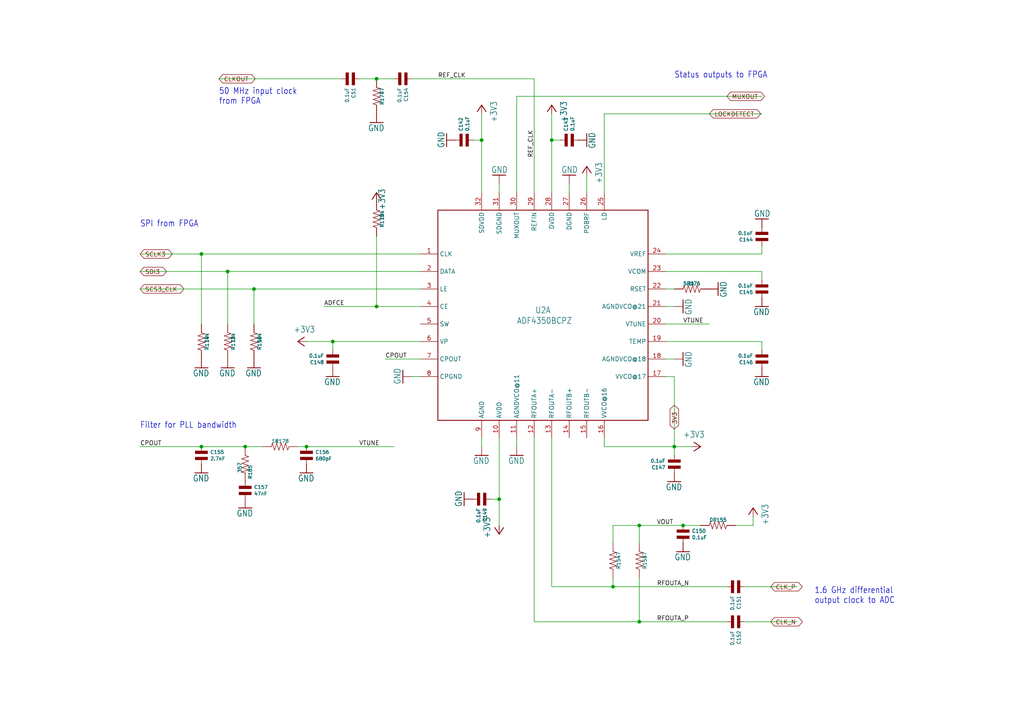
<source format=kicad_sch>
(kicad_sch (version 20231120) (generator "eeschema") (generator_version "8.0")
  (paper "A4")
  (lib_symbols
    (symbol "haasoscope_pro_adc_fpga_board-eagle-import:+3V3" (power)
      (symbol "+3V3_1_0"
        (polyline (pts (xy 0 0) (xy -1.27 -1.905)) (stroke (width 0.254)))
        (polyline (pts (xy 1.27 -1.905) (xy 0 0)) (stroke (width 0.254)))
        (pin power_in line (at 0 -2.54 90) (length 2.54) (name "+3V3") (number "1"))
      )
    )
    (symbol "haasoscope_pro_adc_fpga_board-eagle-import:ADF4350BCPZ"
      (symbol "ADF4350BCPZ_1_0"
        (polyline (pts (xy -30.48 -30.48) (xy 30.48 -30.48)) (stroke (width 0.254)))
        (polyline (pts (xy -30.48 30.48) (xy -30.48 -30.48)) (stroke (width 0.254)))
        (polyline (pts (xy 30.48 -30.48) (xy 30.48 30.48)) (stroke (width 0.254)))
        (polyline (pts (xy 30.48 30.48) (xy -30.48 30.48)) (stroke (width 0.254)))
        (pin input line (at -35.56 17.78 0) (length 5.08) (name "CLK") (number "1"))
        (pin power_in line (at -12.7 -35.56 90) (length 5.08) (name "AVDD") (number "10"))
        (pin power_in line (at -7.62 -35.56 90) (length 5.08) (name "AGNDVCO@11") (number "11"))
        (pin output line (at -2.54 -35.56 90) (length 5.08) (name "RFOUTA+") (number "12"))
        (pin output line (at 2.54 -35.56 90) (length 5.08) (name "RFOUTA-") (number "13"))
        (pin output line (at 7.62 -35.56 90) (length 5.08) (name "RFOUTB+") (number "14"))
        (pin output line (at 12.7 -35.56 90) (length 5.08) (name "RFOUTB-") (number "15"))
        (pin power_in line (at 17.78 -35.56 90) (length 5.08) (name "VVCO@16") (number "16"))
        (pin power_in line (at 35.56 -17.78 180) (length 5.08) (name "VVCO@17") (number "17"))
        (pin power_in line (at 35.56 -12.7 180) (length 5.08) (name "AGNDVCO@18") (number "18"))
        (pin output line (at 35.56 -7.62 180) (length 5.08) (name "TEMP") (number "19"))
        (pin input line (at -35.56 12.7 0) (length 5.08) (name "DATA") (number "2"))
        (pin input line (at 35.56 -2.54 180) (length 5.08) (name "VTUNE") (number "20"))
        (pin power_in line (at 35.56 2.54 180) (length 5.08) (name "AGNDVCO@21") (number "21"))
        (pin input line (at 35.56 7.62 180) (length 5.08) (name "RSET") (number "22"))
        (pin output line (at 35.56 12.7 180) (length 5.08) (name "VCOM") (number "23"))
        (pin output line (at 35.56 17.78 180) (length 5.08) (name "VREF") (number "24"))
        (pin output line (at 17.78 35.56 270) (length 5.08) (name "LD") (number "25"))
        (pin input line (at 12.7 35.56 270) (length 5.08) (name "PDBRF") (number "26"))
        (pin power_in line (at 7.62 35.56 270) (length 5.08) (name "DGND") (number "27"))
        (pin power_in line (at 2.54 35.56 270) (length 5.08) (name "DVDD") (number "28"))
        (pin input line (at -2.54 35.56 270) (length 5.08) (name "REFIN") (number "29"))
        (pin input line (at -35.56 7.62 0) (length 5.08) (name "LE") (number "3"))
        (pin output line (at -7.62 35.56 270) (length 5.08) (name "MUXOUT") (number "30"))
        (pin power_in line (at -12.7 35.56 270) (length 5.08) (name "SDGND") (number "31"))
        (pin power_in line (at -17.78 35.56 270) (length 5.08) (name "SDVDD") (number "32"))
        (pin input line (at -35.56 2.54 0) (length 5.08) (name "CE") (number "4"))
        (pin input line (at -35.56 -2.54 0) (length 5.08) (name "SW") (number "5"))
        (pin power_in line (at -35.56 -7.62 0) (length 5.08) (name "VP") (number "6"))
        (pin output line (at -35.56 -12.7 0) (length 5.08) (name "CPOUT") (number "7"))
        (pin power_in line (at -35.56 -17.78 0) (length 5.08) (name "CPGND") (number "8"))
        (pin power_in line (at -17.78 -35.56 90) (length 5.08) (name "AGND") (number "9"))
      )
      (symbol "ADF4350BCPZ_2_0"
        (pin power_in line (at -5.08 0 0) (length 5.08) (name "GND") (number "PAD@1_1"))
      )
      (symbol "ADF4350BCPZ_3_0"
        (pin power_in line (at -5.08 0 0) (length 5.08) (name "GND") (number "PAD@1_2"))
      )
      (symbol "ADF4350BCPZ_4_0"
        (pin power_in line (at -5.08 0 0) (length 5.08) (name "GND") (number "PAD@1_3"))
      )
      (symbol "ADF4350BCPZ_5_0"
        (pin power_in line (at -5.08 0 0) (length 5.08) (name "GND") (number "PAD@2_1"))
      )
      (symbol "ADF4350BCPZ_6_0"
        (pin power_in line (at -5.08 0 0) (length 5.08) (name "GND") (number "PAD@2_2"))
      )
      (symbol "ADF4350BCPZ_7_0"
        (pin power_in line (at -5.08 0 0) (length 5.08) (name "GND") (number "PAD@2_3"))
      )
      (symbol "ADF4350BCPZ_8_0"
        (pin power_in line (at -5.08 0 0) (length 5.08) (name "GND") (number "PAD@3_1"))
      )
      (symbol "ADF4350BCPZ_9_0"
        (pin power_in line (at -5.08 0 0) (length 5.08) (name "GND") (number "PAD@3_2"))
      )
      (symbol "ADF4350BCPZ_10_0"
        (pin power_in line (at -5.08 0 0) (length 5.08) (name "GND") (number "PAD@3_3"))
      )
    )
    (symbol "haasoscope_pro_adc_fpga_board-eagle-import:CAPACITOR_NP_0402"
      (property "Reference" "C" (at 2.54 1.524 0))
      (symbol "CAPACITOR_NP_0402_1_0"
        (rectangle (start -1.778 -1.27) (end 1.778 -0.508) (fill (type outline)))
        (rectangle (start -1.778 0.508) (end 1.778 1.27) (fill (type outline)))
        (polyline (pts (xy 0 -2.54) (xy 0 -1.016)) (stroke (width 0.1524)))
        (polyline (pts (xy 0 2.54) (xy 0 1.016)) (stroke (width 0.1524)))
        (pin passive line (at 0 2.54 270) (length 0) (name "P$1") (number "P$1"))
        (pin passive line (at 0 -2.54 90) (length 0) (name "P$2") (number "P$2"))
      )
    )
    (symbol "haasoscope_pro_adc_fpga_board-eagle-import:MF_Passives_RESISTOR_0402"
      (property "Reference" "R" (at 2.54 1.524 0))
      (symbol "MF_Passives_RESISTOR_0402_1_0"
        (polyline (pts (xy -1.016 -2.286) (xy 0 -2.54)) (stroke (width 0.1524)))
        (polyline (pts (xy -1.016 -1.016) (xy 1.016 -1.651)) (stroke (width 0.1524)))
        (polyline (pts (xy -1.016 0.254) (xy 1.016 -0.381)) (stroke (width 0.1524)))
        (polyline (pts (xy -1.016 1.524) (xy 1.016 0.889)) (stroke (width 0.1524)))
        (polyline (pts (xy 0 2.54) (xy 1.016 2.159)) (stroke (width 0.1524)))
        (polyline (pts (xy 1.016 -1.651) (xy -1.016 -2.286)) (stroke (width 0.1524)))
        (polyline (pts (xy 1.016 -0.381) (xy -1.016 -1.016)) (stroke (width 0.1524)))
        (polyline (pts (xy 1.016 0.889) (xy -1.016 0.254)) (stroke (width 0.1524)))
        (polyline (pts (xy 1.016 2.159) (xy -1.016 1.524)) (stroke (width 0.1524)))
        (pin passive line (at 0 5.08 270) (length 2.54) (name "P$1") (number "P$1"))
        (pin passive line (at 0 -5.08 90) (length 2.54) (name "P$2") (number "P$2"))
      )
    )
    (symbol "haasoscope_pro_adc_fpga_board-eagle-import:supply1_GND" (power)
      (symbol "supply1_GND_1_0"
        (polyline (pts (xy -1.905 0) (xy 1.905 0)) (stroke (width 0.254)))
        (pin power_in line (at 0 2.54 270) (length 2.54) (name "GND") (number "1"))
      )
    )
  )
  (junction (at 58.42 129.54))
  (junction (at 109.22 88.9))
  (junction (at 58.42 73.66))
  (junction (at 88.9 129.54))
  (junction (at 139.7 40.64))
  (junction (at 71.12 129.54))
  (junction (at 198.12 152.4))
  (junction (at 73.66 83.82))
  (junction (at 185.42 180.34))
  (junction (at 96.52 99.06))
  (junction (at 66.04 78.74))
  (junction (at 109.22 22.86))
  (junction (at 177.8 170.18))
  (junction (at 185.42 152.4))
  (junction (at 160.02 40.64))
  (junction (at 195.58 129.54))
  (junction (at 144.78 144.78))
  (wire (pts (xy 104.14 22.86) (xy 109.22 22.86)) (stroke (width 0.1524)))
  (wire (pts (xy 185.42 180.34) (xy 185.42 167.64)) (stroke (width 0.1524)))
  (wire (pts (xy 109.22 88.9) (xy 93.98 88.9)) (stroke (width 0.1524)))
  (wire (pts (xy 205.74 93.98) (xy 193.04 93.98)) (stroke (width 0.1524)))
  (wire (pts (xy 177.8 152.4) (xy 177.8 157.48)) (stroke (width 0.1524)))
  (wire (pts (xy 195.58 129.54) (xy 200.66 129.54)) (stroke (width 0.1524)))
  (wire (pts (xy 137.16 40.64) (xy 139.7 40.64)) (stroke (width 0.1524)))
  (wire (pts (xy 139.7 40.64) (xy 139.7 55.88)) (stroke (width 0.1524)))
  (wire (pts (xy 109.22 68.58) (xy 109.22 88.9)) (stroke (width 0.1524)))
  (wire (pts (xy 160.02 40.64) (xy 160.02 33.02)) (stroke (width 0.1524)))
  (wire (pts (xy 175.26 55.88) (xy 175.26 33.02)) (stroke (width 0.1524)))
  (wire (pts (xy 144.78 144.78) (xy 142.24 144.78)) (stroke (width 0.1524)))
  (wire (pts (xy 195.58 129.54) (xy 195.58 132.08)) (stroke (width 0.1524)))
  (wire (pts (xy 162.56 40.64) (xy 160.02 40.64)) (stroke (width 0.1524)))
  (wire (pts (xy 195.58 109.22) (xy 193.04 109.22)) (stroke (width 0.1524)))
  (wire (pts (xy 139.7 127) (xy 139.7 129.54)) (stroke (width 0.1524)))
  (wire (pts (xy 175.26 129.54) (xy 195.58 129.54)) (stroke (width 0.1524)))
  (wire (pts (xy 58.42 129.54) (xy 71.12 129.54)) (stroke (width 0.1524)))
  (wire (pts (xy 160.02 127) (xy 160.02 170.18)) (stroke (width 0.1524)))
  (wire (pts (xy 193.04 73.66) (xy 220.98 73.66)) (stroke (width 0.1524)))
  (wire (pts (xy 144.78 127) (xy 144.78 144.78)) (stroke (width 0.1524)))
  (wire (pts (xy 109.22 22.86) (xy 114.3 22.86)) (stroke (width 0.1524)))
  (wire (pts (xy 198.12 152.4) (xy 203.2 152.4)) (stroke (width 0.1524)))
  (wire (pts (xy 66.04 78.74) (xy 40.64 78.74)) (stroke (width 0.1524)))
  (wire (pts (xy 96.52 99.06) (xy 88.9 99.06)) (stroke (width 0.1524)))
  (wire (pts (xy 215.9 170.18) (xy 231.14 170.18)) (stroke (width 0.1524)))
  (wire (pts (xy 66.04 93.98) (xy 66.04 78.74)) (stroke (width 0.1524)))
  (wire (pts (xy 121.92 88.9) (xy 109.22 88.9)) (stroke (width 0.1524)))
  (wire (pts (xy 121.92 78.74) (xy 66.04 78.74)) (stroke (width 0.1524)))
  (wire (pts (xy 185.42 152.4) (xy 185.42 157.48)) (stroke (width 0.1524)))
  (wire (pts (xy 175.26 33.02) (xy 220.98 33.02)) (stroke (width 0.1524)))
  (wire (pts (xy 40.64 129.54) (xy 58.42 129.54)) (stroke (width 0.1524)))
  (wire (pts (xy 175.26 127) (xy 175.26 129.54)) (stroke (width 0.1524)))
  (wire (pts (xy 73.66 83.82) (xy 40.64 83.82)) (stroke (width 0.1524)))
  (wire (pts (xy 73.66 93.98) (xy 73.66 83.82)) (stroke (width 0.1524)))
  (wire (pts (xy 154.94 127) (xy 154.94 180.34)) (stroke (width 0.1524)))
  (wire (pts (xy 195.58 129.54) (xy 195.58 109.22)) (stroke (width 0.1524)))
  (wire (pts (xy 86.36 129.54) (xy 88.9 129.54)) (stroke (width 0.1524)))
  (wire (pts (xy 149.86 27.94) (xy 220.98 27.94)) (stroke (width 0.1524)))
  (wire (pts (xy 121.92 83.82) (xy 73.66 83.82)) (stroke (width 0.1524)))
  (wire (pts (xy 185.42 180.34) (xy 210.82 180.34)) (stroke (width 0.1524)))
  (wire (pts (xy 160.02 55.88) (xy 160.02 40.64)) (stroke (width 0.1524)))
  (wire (pts (xy 121.92 99.06) (xy 96.52 99.06)) (stroke (width 0.1524)))
  (wire (pts (xy 220.98 81.28) (xy 220.98 78.74)) (stroke (width 0.1524)))
  (wire (pts (xy 149.86 55.88) (xy 149.86 27.94)) (stroke (width 0.1524)))
  (wire (pts (xy 144.78 53.34) (xy 144.78 55.88)) (stroke (width 0.1524)))
  (wire (pts (xy 144.78 152.4) (xy 144.78 144.78)) (stroke (width 0.1524)))
  (wire (pts (xy 119.38 22.86) (xy 154.94 22.86)) (stroke (width 0.1524)))
  (wire (pts (xy 218.44 152.4) (xy 213.36 152.4)) (stroke (width 0.1524)))
  (wire (pts (xy 193.04 83.82) (xy 195.58 83.82)) (stroke (width 0.1524)))
  (wire (pts (xy 193.04 99.06) (xy 220.98 99.06)) (stroke (width 0.1524)))
  (wire (pts (xy 160.02 170.18) (xy 177.8 170.18)) (stroke (width 0.1524)))
  (wire (pts (xy 165.1 53.34) (xy 165.1 55.88)) (stroke (width 0.1524)))
  (wire (pts (xy 193.04 88.9) (xy 195.58 88.9)) (stroke (width 0.1524)))
  (wire (pts (xy 139.7 40.64) (xy 139.7 33.02)) (stroke (width 0.1524)))
  (wire (pts (xy 170.18 55.88) (xy 170.18 50.8)) (stroke (width 0.1524)))
  (wire (pts (xy 177.8 170.18) (xy 210.82 170.18)) (stroke (width 0.1524)))
  (wire (pts (xy 185.42 152.4) (xy 198.12 152.4)) (stroke (width 0.1524)))
  (wire (pts (xy 63.5 22.86) (xy 99.06 22.86)) (stroke (width 0.1524)))
  (wire (pts (xy 220.98 78.74) (xy 193.04 78.74)) (stroke (width 0.1524)))
  (wire (pts (xy 121.92 73.66) (xy 58.42 73.66)) (stroke (width 0.1524)))
  (wire (pts (xy 154.94 180.34) (xy 185.42 180.34)) (stroke (width 0.1524)))
  (wire (pts (xy 177.8 152.4) (xy 185.42 152.4)) (stroke (width 0.1524)))
  (wire (pts (xy 96.52 101.6) (xy 96.52 99.06)) (stroke (width 0.1524)))
  (wire (pts (xy 114.3 129.54) (xy 88.9 129.54)) (stroke (width 0.1524)))
  (wire (pts (xy 154.94 22.86) (xy 154.94 55.88)) (stroke (width 0.1524)))
  (wire (pts (xy 193.04 104.14) (xy 195.58 104.14)) (stroke (width 0.1524)))
  (wire (pts (xy 149.86 127) (xy 149.86 129.54)) (stroke (width 0.1524)))
  (wire (pts (xy 218.44 149.86) (xy 218.44 152.4)) (stroke (width 0.1524)))
  (wire (pts (xy 58.42 73.66) (xy 40.64 73.66)) (stroke (width 0.1524)))
  (wire (pts (xy 220.98 99.06) (xy 220.98 101.6)) (stroke (width 0.1524)))
  (wire (pts (xy 220.98 73.66) (xy 220.98 71.12)) (stroke (width 0.1524)))
  (wire (pts (xy 215.9 180.34) (xy 231.14 180.34)) (stroke (width 0.1524)))
  (wire (pts (xy 177.8 167.64) (xy 177.8 170.18)) (stroke (width 0.1524)))
  (wire (pts (xy 71.12 129.54) (xy 76.2 129.54)) (stroke (width 0.1524)))
  (wire (pts (xy 58.42 93.98) (xy 58.42 73.66)) (stroke (width 0.1524)))
  (wire (pts (xy 121.92 109.22) (xy 119.38 109.22)) (stroke (width 0.1524)))
  (wire (pts (xy 121.92 104.14) (xy 111.76 104.14)) (stroke (width 0.1524)))
  (text "Status outputs to FPGA" (at 195.58 22.86 0) (effects (font (size 1.778 1.5113)) (justify left bottom)))
  (text "50 MHz input clock\nfrom FPGA" (at 63.5 30.48 0) (effects (font (size 1.778 1.5113)) (justify left bottom)))
  (text "1.6 GHz differential\noutput clock to ADC" (at 236.22 175.26 0) (effects (font (size 1.778 1.5113)) (justify left bottom)))
  (text "SPI from FPGA" (at 40.64 66.04 0) (effects (font (size 1.778 1.5113)) (justify left bottom)))
  (text "Filter for PLL bandwidth" (at 40.64 124.46 0) (effects (font (size 1.778 1.5113)) (justify left bottom)))
  (label "VTUNE" (at 104.14 129.54 0) (effects (font (size 1.2446 1.2446))))
  (label "REF_CLK" (at 154.94 45.72 90) (effects (font (size 1.2446 1.2446))))
  (label "VOUT" (at 190.5 152.4 0) (effects (font (size 1.2446 1.2446))))
  (label "CPOUT" (at 40.64 129.54 0) (effects (font (size 1.2446 1.2446))))
  (label "REF_CLK" (at 127 22.86 0) (effects (font (size 1.2446 1.2446))))
  (label "RFOUTA_N" (at 190.5 170.18 0) (effects (font (size 1.2446 1.2446))))
  (label "RFOUTA_P" (at 190.5 180.34 0) (effects (font (size 1.2446 1.2446))))
  (label "ADFCE" (at 93.98 88.9 0) (effects (font (size 1.2446 1.2446))))
  (label "CPOUT" (at 111.76 104.14 0) (effects (font (size 1.2446 1.2446))))
  (label "VTUNE" (at 198.12 93.98 0) (effects (font (size 1.2446 1.2446))))
  (global_label "CLK_N" (shape bidirectional) (at 223.52 180.34 0) (effects (font (size 1.2446 1.2446))) (property "Intersheetrefs" "${INTERSHEET_REFS}" (effects (hide yes))))
  (global_label "3V3" (shape bidirectional) (at 195.58 124.46 90) (effects (font (size 1.2446 1.2446))) (property "Intersheetrefs" "${INTERSHEET_REFS}" (effects (hide yes))))
  (global_label "SDI3" (shape bidirectional) (at 40.64 78.74 0) (effects (font (size 1.2446 1.2446))) (property "Intersheetrefs" "${INTERSHEET_REFS}" (effects (hide yes))))
  (global_label "LOCKDETECT" (shape bidirectional) (at 205.74 33.02 0) (effects (font (size 1.2446 1.2446))) (property "Intersheetrefs" "${INTERSHEET_REFS}" (effects (hide yes))))
  (global_label "MUXOUT" (shape bidirectional) (at 210.82 27.94 0) (effects (font (size 1.2446 1.2446))) (property "Intersheetrefs" "${INTERSHEET_REFS}" (effects (hide yes))))
  (global_label "CLK_P" (shape bidirectional) (at 223.52 170.18 0) (effects (font (size 1.2446 1.2446))) (property "Intersheetrefs" "${INTERSHEET_REFS}" (effects (hide yes))))
  (global_label "SCS3_CLK" (shape bidirectional) (at 40.64 83.82 0) (effects (font (size 1.2446 1.2446))) (property "Intersheetrefs" "${INTERSHEET_REFS}" (effects (hide yes))))
  (global_label "CLKOUT" (shape bidirectional) (at 63.5 22.86 0) (effects (font (size 1.2446 1.2446))) (property "Intersheetrefs" "${INTERSHEET_REFS}" (effects (hide yes))))
  (global_label "SCLK3" (shape bidirectional) (at 40.64 73.66 0) (effects (font (size 1.2446 1.2446))) (property "Intersheetrefs" "${INTERSHEET_REFS}" (effects (hide yes))))
  (symbol (lib_id "haasoscope_pro_adc_fpga_board-eagle-import:+3V3") (at 139.7 30.48 0) (mirror y) (unit 1)
    (property "Reference" "#+3V021" (effects (hide yes)))
    (property "Value" "+3V3" (at 142.24 35.56 90) (effects (font (size 1.778 1.5113)) (justify left bottom)))
  )
  (symbol (lib_id "haasoscope_pro_adc_fpga_board-eagle-import:+3V3") (at 218.44 147.32 0) (mirror y) (unit 1)
    (property "Reference" "#+3V029" (effects (hide yes)))
    (property "Value" "+3V3" (at 220.98 152.4 90) (effects (font (size 1.778 1.5113)) (justify left bottom)))
  )
  (symbol (lib_id "haasoscope_pro_adc_fpga_board-eagle-import:CAPACITOR_NP_0402") (at 220.98 104.14 180) (unit 1)
    (property "Reference" "C146" (at 218.44 105.664 0) (effects (font (size 1.016 1.016)) (justify left top)))
    (property "Value" "0.1uF" (at 218.44 102.616 0) (effects (font (size 1.016 1.016)) (justify left bottom)))
    (property "Footprint" "haasoscope_pro_adc_fpga_board:C0402" (effects (hide yes)))
  )
  (symbol (lib_id "haasoscope_pro_adc_fpga_board-eagle-import:CAPACITOR_NP_0402") (at 213.36 170.18 270) (unit 1)
    (property "Reference" "C151" (at 214.884 172.72 0) (effects (font (size 1.016 1.016)) (justify left top)))
    (property "Value" "0.1uF" (at 211.836 172.72 0) (effects (font (size 1.016 1.016)) (justify left bottom)))
    (property "Footprint" "haasoscope_pro_adc_fpga_board:C0402" (effects (hide yes)))
  )
  (symbol (lib_id "haasoscope_pro_adc_fpga_board-eagle-import:supply1_GND") (at 195.58 139.7 0) (unit 1)
    (property "Reference" "#GND0157" (effects (hide yes)))
    (property "Value" "GND" (at 193.04 142.24 0) (effects (font (size 1.778 1.5113)) (justify left bottom)))
  )
  (symbol (lib_id "haasoscope_pro_adc_fpga_board-eagle-import:supply1_GND") (at 96.52 109.22 0) (unit 1)
    (property "Reference" "#GND0146" (effects (hide yes)))
    (property "Value" "GND" (at 93.98 111.76 0) (effects (font (size 1.778 1.5113)) (justify left bottom)))
  )
  (symbol (lib_id "haasoscope_pro_adc_fpga_board-eagle-import:CAPACITOR_NP_0402") (at 88.9 132.08 0) (unit 1)
    (property "Reference" "C156" (at 91.44 130.556 0) (effects (font (size 1.016 1.016)) (justify left top)))
    (property "Value" "680pF" (at 91.44 133.604 0) (effects (font (size 1.016 1.016)) (justify left bottom)))
    (property "Footprint" "haasoscope_pro_adc_fpga_board:C0402" (effects (hide yes)))
  )
  (symbol (lib_id "haasoscope_pro_adc_fpga_board-eagle-import:MF_Passives_RESISTOR_0402") (at 208.28 152.4 270) (unit 1)
    (property "Reference" "R155" (at 210.82 151.384 90) (effects (font (size 1.016 1.016)) (justify right bottom)))
    (property "Value" "0" (at 205.74 151.384 90) (effects (font (size 1.016 1.016)) (justify left bottom)))
    (property "Footprint" "haasoscope_pro_adc_fpga_board:R0402" (effects (hide yes)))
  )
  (symbol (lib_id "haasoscope_pro_adc_fpga_board-eagle-import:supply1_GND") (at 220.98 109.22 0) (unit 1)
    (property "Reference" "#GND0158" (effects (hide yes)))
    (property "Value" "GND" (at 218.44 111.76 0) (effects (font (size 1.778 1.5113)) (justify left bottom)))
  )
  (symbol (lib_id "haasoscope_pro_adc_fpga_board-eagle-import:CAPACITOR_NP_0402") (at 220.98 68.58 180) (unit 1)
    (property "Reference" "C144" (at 218.44 70.104 0) (effects (font (size 1.016 1.016)) (justify left top)))
    (property "Value" "0.1uF" (at 218.44 67.056 0) (effects (font (size 1.016 1.016)) (justify left bottom)))
    (property "Footprint" "haasoscope_pro_adc_fpga_board:C0402" (effects (hide yes)))
  )
  (symbol (lib_id "haasoscope_pro_adc_fpga_board-eagle-import:CAPACITOR_NP_0402") (at 165.1 40.64 90) (unit 1)
    (property "Reference" "C143" (at 163.576 38.1 0) (effects (font (size 1.016 1.016)) (justify left top)))
    (property "Value" "0.1uF" (at 166.624 38.1 0) (effects (font (size 1.016 1.016)) (justify left bottom)))
    (property "Footprint" "haasoscope_pro_adc_fpga_board:C0402" (effects (hide yes)))
  )
  (symbol (lib_id "haasoscope_pro_adc_fpga_board-eagle-import:+3V3") (at 170.18 48.26 0) (mirror y) (unit 1)
    (property "Reference" "#+3V027" (effects (hide yes)))
    (property "Value" "+3V3" (at 172.72 53.34 90) (effects (font (size 1.778 1.5113)) (justify left bottom)))
  )
  (symbol (lib_id "haasoscope_pro_adc_fpga_board-eagle-import:supply1_GND") (at 165.1 50.8 180) (unit 1)
    (property "Reference" "#GND0153" (effects (hide yes)))
    (property "Value" "GND" (at 167.64 48.26 0) (effects (font (size 1.778 1.5113)) (justify left bottom)))
  )
  (symbol (lib_id "haasoscope_pro_adc_fpga_board-eagle-import:CAPACITOR_NP_0402") (at 195.58 134.62 180) (unit 1)
    (property "Reference" "C147" (at 193.04 136.144 0) (effects (font (size 1.016 1.016)) (justify left top)))
    (property "Value" "0.1uF" (at 193.04 133.096 0) (effects (font (size 1.016 1.016)) (justify left bottom)))
    (property "Footprint" "haasoscope_pro_adc_fpga_board:C0402" (effects (hide yes)))
  )
  (symbol (lib_id "haasoscope_pro_adc_fpga_board-eagle-import:supply1_GND") (at 208.28 83.82 90) (unit 1)
    (property "Reference" "#GND0161" (effects (hide yes)))
    (property "Value" "GND" (at 210.82 86.36 0) (effects (font (size 1.778 1.5113)) (justify left bottom)))
  )
  (symbol (lib_id "haasoscope_pro_adc_fpga_board-eagle-import:MF_Passives_RESISTOR_0402") (at 109.22 63.5 180) (unit 1)
    (property "Reference" "R175" (at 110.236 66.04 90) (effects (font (size 1.016 1.016)) (justify right bottom)))
    (property "Value" "10k" (at 110.236 60.96 90) (effects (font (size 1.016 1.016)) (justify left bottom)))
    (property "Footprint" "haasoscope_pro_adc_fpga_board:R0402" (effects (hide yes)))
  )
  (symbol (lib_id "haasoscope_pro_adc_fpga_board-eagle-import:MF_Passives_RESISTOR_0402") (at 185.42 162.56 180) (unit 1)
    (property "Reference" "R153" (at 186.436 165.1 90) (effects (font (size 1.016 1.016)) (justify right bottom)))
    (property "Value" "47" (at 186.436 160.02 90) (effects (font (size 1.016 1.016)) (justify left bottom)))
    (property "Footprint" "haasoscope_pro_adc_fpga_board:R0402" (effects (hide yes)))
  )
  (symbol (lib_id "haasoscope_pro_adc_fpga_board-eagle-import:CAPACITOR_NP_0402") (at 116.84 22.86 270) (unit 1)
    (property "Reference" "C154" (at 118.364 25.4 0) (effects (font (size 1.016 1.016)) (justify left top)))
    (property "Value" "0.1uF" (at 115.316 25.4 0) (effects (font (size 1.016 1.016)) (justify left bottom)))
    (property "Footprint" "haasoscope_pro_adc_fpga_board:C0402" (effects (hide yes)))
  )
  (symbol (lib_id "haasoscope_pro_adc_fpga_board-eagle-import:CAPACITOR_NP_0402") (at 139.7 144.78 270) (unit 1)
    (property "Reference" "C149" (at 141.224 147.32 0) (effects (font (size 1.016 1.016)) (justify left top)))
    (property "Value" "0.1uF" (at 138.176 147.32 0) (effects (font (size 1.016 1.016)) (justify left bottom)))
    (property "Footprint" "haasoscope_pro_adc_fpga_board:C0402" (effects (hide yes)))
  )
  (symbol (lib_id "haasoscope_pro_adc_fpga_board-eagle-import:MF_Passives_RESISTOR_0402") (at 109.22 27.94 180) (unit 1)
    (property "Reference" "R177" (at 110.236 30.48 90) (effects (font (size 1.016 1.016)) (justify right bottom)))
    (property "Value" "47" (at 110.236 25.4 90) (effects (font (size 1.016 1.016)) (justify left bottom)))
    (property "Footprint" "haasoscope_pro_adc_fpga_board:R0402" (effects (hide yes)))
  )
  (symbol (lib_id "haasoscope_pro_adc_fpga_board-eagle-import:supply1_GND") (at 149.86 132.08 0) (unit 1)
    (property "Reference" "#GND0150" (effects (hide yes)))
    (property "Value" "GND" (at 147.32 134.62 0) (effects (font (size 1.778 1.5113)) (justify left bottom)))
  )
  (symbol (lib_id "haasoscope_pro_adc_fpga_board-eagle-import:+3V3") (at 144.78 154.94 0) (mirror x) (unit 1)
    (property "Reference" "#+3V023" (effects (hide yes)))
    (property "Value" "+3V3" (at 142.24 149.86 90) (effects (font (size 1.778 1.5113)) (justify left bottom)))
  )
  (symbol (lib_id "haasoscope_pro_adc_fpga_board-eagle-import:MF_Passives_RESISTOR_0402") (at 81.28 129.54 270) (unit 1)
    (property "Reference" "R178" (at 83.82 128.524 90) (effects (font (size 1.016 1.016)) (justify right bottom)))
    (property "Value" "1k" (at 78.74 128.524 90) (effects (font (size 1.016 1.016)) (justify left bottom)))
    (property "Footprint" "haasoscope_pro_adc_fpga_board:R0402" (effects (hide yes)))
  )
  (symbol (lib_id "haasoscope_pro_adc_fpga_board-eagle-import:CAPACITOR_NP_0402") (at 58.42 132.08 0) (unit 1)
    (property "Reference" "C155" (at 60.96 130.556 0) (effects (font (size 1.016 1.016)) (justify left top)))
    (property "Value" "2.7nF" (at 60.96 133.604 0) (effects (font (size 1.016 1.016)) (justify left bottom)))
    (property "Footprint" "haasoscope_pro_adc_fpga_board:C0402" (effects (hide yes)))
  )
  (symbol (lib_id "haasoscope_pro_adc_fpga_board-eagle-import:CAPACITOR_NP_0402") (at 220.98 83.82 180) (unit 1)
    (property "Reference" "C145" (at 218.44 85.344 0) (effects (font (size 1.016 1.016)) (justify left top)))
    (property "Value" "0.1uF" (at 218.44 82.296 0) (effects (font (size 1.016 1.016)) (justify left bottom)))
    (property "Footprint" "haasoscope_pro_adc_fpga_board:C0402" (effects (hide yes)))
  )
  (symbol (lib_id "haasoscope_pro_adc_fpga_board-eagle-import:supply1_GND") (at 116.84 109.22 270) (unit 1)
    (property "Reference" "#GND0149" (effects (hide yes)))
    (property "Value" "GND" (at 114.3 106.68 0) (effects (font (size 1.778 1.5113)) (justify left bottom)))
  )
  (symbol (lib_id "haasoscope_pro_adc_fpga_board-eagle-import:supply1_GND") (at 220.98 88.9 0) (unit 1)
    (property "Reference" "#GND0159" (effects (hide yes)))
    (property "Value" "GND" (at 218.44 91.44 0) (effects (font (size 1.778 1.5113)) (justify left bottom)))
  )
  (symbol (lib_id "haasoscope_pro_adc_fpga_board-eagle-import:MF_Passives_RESISTOR_0402") (at 177.8 162.56 180) (unit 1)
    (property "Reference" "R154" (at 178.816 165.1 90) (effects (font (size 1.016 1.016)) (justify right bottom)))
    (property "Value" "47" (at 178.816 160.02 90) (effects (font (size 1.016 1.016)) (justify left bottom)))
    (property "Footprint" "haasoscope_pro_adc_fpga_board:R0402" (effects (hide yes)))
  )
  (symbol (lib_id "haasoscope_pro_adc_fpga_board-eagle-import:supply1_GND") (at 109.22 35.56 0) (unit 1)
    (property "Reference" "#GND0170" (effects (hide yes)))
    (property "Value" "GND" (at 106.68 38.1 0) (effects (font (size 1.778 1.5113)) (justify left bottom)))
  )
  (symbol (lib_id "haasoscope_pro_adc_fpga_board-eagle-import:MF_Passives_RESISTOR_0402") (at 66.04 99.06 180) (unit 1)
    (property "Reference" "R173" (at 67.056 101.6 90) (effects (font (size 1.016 1.016)) (justify right bottom)))
    (property "Value" "10k" (at 67.056 96.52 90) (effects (font (size 1.016 1.016)) (justify left bottom)))
    (property "Footprint" "haasoscope_pro_adc_fpga_board:R0402" (effects (hide yes)))
  )
  (symbol (lib_id "haasoscope_pro_adc_fpga_board-eagle-import:ADF4350BCPZ") (at 157.48 91.44 0) (unit 1)
    (property "Reference" "U2" (at 155.194 90.932 0) (effects (font (size 1.778 1.5113)) (justify left bottom)))
    (property "Value" "ADF4350BCPZ" (at 149.86 93.98 0) (effects (font (size 1.778 1.5113)) (justify left bottom)))
    (property "Footprint" "haasoscope_pro_adc_fpga_board:QFN50P500X500X100-33V2N" (effects (hide yes)))
  )
  (symbol (lib_id "haasoscope_pro_adc_fpga_board-eagle-import:supply1_GND") (at 134.62 144.78 270) (unit 1)
    (property "Reference" "#GND0147" (effects (hide yes)))
    (property "Value" "GND" (at 132.08 142.24 0) (effects (font (size 1.778 1.5113)) (justify left bottom)))
  )
  (symbol (lib_id "haasoscope_pro_adc_fpga_board-eagle-import:supply1_GND") (at 220.98 63.5 180) (unit 1)
    (property "Reference" "#GND0160" (effects (hide yes)))
    (property "Value" "GND" (at 223.52 60.96 0) (effects (font (size 1.778 1.5113)) (justify left bottom)))
  )
  (symbol (lib_id "haasoscope_pro_adc_fpga_board-eagle-import:CAPACITOR_NP_0402") (at 134.62 40.64 90) (unit 1)
    (property "Reference" "C142" (at 133.096 38.1 0) (effects (font (size 1.016 1.016)) (justify left top)))
    (property "Value" "0.1uF" (at 136.144 38.1 0) (effects (font (size 1.016 1.016)) (justify left bottom)))
    (property "Footprint" "haasoscope_pro_adc_fpga_board:C0402" (effects (hide yes)))
  )
  (symbol (lib_id "haasoscope_pro_adc_fpga_board-eagle-import:CAPACITOR_NP_0402") (at 101.6 22.86 270) (unit 1)
    (property "Reference" "C51" (at 103.124 25.4 0) (effects (font (size 1.016 1.016)) (justify left top)))
    (property "Value" "0.1uF" (at 100.076 25.4 0) (effects (font (size 1.016 1.016)) (justify left bottom)))
    (property "Footprint" "haasoscope_pro_adc_fpga_board:C0402" (effects (hide yes)))
  )
  (symbol (lib_id "haasoscope_pro_adc_fpga_board-eagle-import:+3V3") (at 160.02 30.48 0) (mirror y) (unit 1)
    (property "Reference" "#+3V022" (effects (hide yes)))
    (property "Value" "+3V3" (at 162.56 35.56 90) (effects (font (size 1.778 1.5113)) (justify left bottom)))
  )
  (symbol (lib_id "haasoscope_pro_adc_fpga_board-eagle-import:CAPACITOR_NP_0402") (at 96.52 104.14 180) (unit 1)
    (property "Reference" "C148" (at 93.98 105.664 0) (effects (font (size 1.016 1.016)) (justify left top)))
    (property "Value" "0.1uF" (at 93.98 102.616 0) (effects (font (size 1.016 1.016)) (justify left bottom)))
    (property "Footprint" "haasoscope_pro_adc_fpga_board:C0402" (effects (hide yes)))
  )
  (symbol (lib_id "haasoscope_pro_adc_fpga_board-eagle-import:supply1_GND") (at 88.9 137.16 0) (unit 1)
    (property "Reference" "#GND0172" (effects (hide yes)))
    (property "Value" "GND" (at 86.36 139.7 0) (effects (font (size 1.778 1.5113)) (justify left bottom)))
  )
  (symbol (lib_id "haasoscope_pro_adc_fpga_board-eagle-import:supply1_GND") (at 71.12 147.32 0) (unit 1)
    (property "Reference" "#GND0173" (effects (hide yes)))
    (property "Value" "GND" (at 68.58 149.86 0) (effects (font (size 1.778 1.5113)) (justify left bottom)))
  )
  (symbol (lib_id "haasoscope_pro_adc_fpga_board-eagle-import:supply1_GND") (at 198.12 160.02 0) (unit 1)
    (property "Reference" "#GND0168" (effects (hide yes)))
    (property "Value" "GND" (at 195.58 162.56 0) (effects (font (size 1.778 1.5113)) (justify left bottom)))
  )
  (symbol (lib_id "haasoscope_pro_adc_fpga_board-eagle-import:supply1_GND") (at 58.42 137.16 0) (unit 1)
    (property "Reference" "#GND0171" (effects (hide yes)))
    (property "Value" "GND" (at 55.88 139.7 0) (effects (font (size 1.778 1.5113)) (justify left bottom)))
  )
  (symbol (lib_id "haasoscope_pro_adc_fpga_board-eagle-import:MF_Passives_RESISTOR_0402") (at 58.42 99.06 180) (unit 1)
    (property "Reference" "R174" (at 59.436 101.6 90) (effects (font (size 1.016 1.016)) (justify right bottom)))
    (property "Value" "10k" (at 59.436 96.52 90) (effects (font (size 1.016 1.016)) (justify left bottom)))
    (property "Footprint" "haasoscope_pro_adc_fpga_board:R0402" (effects (hide yes)))
  )
  (symbol (lib_id "haasoscope_pro_adc_fpga_board-eagle-import:supply1_GND") (at 170.18 40.64 90) (unit 1)
    (property "Reference" "#GND0156" (effects (hide yes)))
    (property "Value" "GND" (at 172.72 43.18 0) (effects (font (size 1.778 1.5113)) (justify left bottom)))
  )
  (symbol (lib_id "haasoscope_pro_adc_fpga_board-eagle-import:supply1_GND") (at 198.12 88.9 90) (unit 1)
    (property "Reference" "#GND0152" (effects (hide yes)))
    (property "Value" "GND" (at 200.66 91.44 0) (effects (font (size 1.778 1.5113)) (justify left bottom)))
  )
  (symbol (lib_id "haasoscope_pro_adc_fpga_board-eagle-import:+3V3") (at 86.36 99.06 90) (mirror x) (unit 1)
    (property "Reference" "#+3V024" (effects (hide yes)))
    (property "Value" "+3V3" (at 91.44 96.52 90) (effects (font (size 1.778 1.5113)) (justify left bottom)))
  )
  (symbol (lib_id "haasoscope_pro_adc_fpga_board-eagle-import:supply1_GND") (at 58.42 106.68 0) (unit 1)
    (property "Reference" "#GND0165" (effects (hide yes)))
    (property "Value" "GND" (at 55.88 109.22 0) (effects (font (size 1.778 1.5113)) (justify left bottom)))
  )
  (symbol (lib_id "haasoscope_pro_adc_fpga_board-eagle-import:MF_Passives_RESISTOR_0402") (at 71.12 134.62 0) (unit 1)
    (property "Reference" "R185" (at 73.152 134.874 90) (effects (font (size 1.016 1.016)) (justify right bottom)))
    (property "Value" "357" (at 70.104 137.16 90) (effects (font (size 1.016 1.016)) (justify left bottom)))
    (property "Footprint" "haasoscope_pro_adc_fpga_board:R0402" (effects (hide yes)))
  )
  (symbol (lib_id "haasoscope_pro_adc_fpga_board-eagle-import:+3V3") (at 109.22 55.88 0) (unit 1)
    (property "Reference" "#+3V026" (effects (hide yes)))
    (property "Value" "+3V3" (at 111.76 60.96 90) (effects (font (size 1.778 1.5113)) (justify left bottom)))
  )
  (symbol (lib_id "haasoscope_pro_adc_fpga_board-eagle-import:supply1_GND") (at 73.66 106.68 0) (unit 1)
    (property "Reference" "#GND0163" (effects (hide yes)))
    (property "Value" "GND" (at 71.12 109.22 0) (effects (font (size 1.778 1.5113)) (justify left bottom)))
  )
  (symbol (lib_id "haasoscope_pro_adc_fpga_board-eagle-import:CAPACITOR_NP_0402") (at 198.12 154.94 0) (unit 1)
    (property "Reference" "C150" (at 200.66 153.416 0) (effects (font (size 1.016 1.016)) (justify left top)))
    (property "Value" "0.1uF" (at 200.66 156.464 0) (effects (font (size 1.016 1.016)) (justify left bottom)))
    (property "Footprint" "haasoscope_pro_adc_fpga_board:C0402" (effects (hide yes)))
  )
  (symbol (lib_id "haasoscope_pro_adc_fpga_board-eagle-import:supply1_GND") (at 129.54 40.64 270) (unit 1)
    (property "Reference" "#GND0155" (effects (hide yes)))
    (property "Value" "GND" (at 127 38.1 0) (effects (font (size 1.778 1.5113)) (justify left bottom)))
  )
  (symbol (lib_id "haasoscope_pro_adc_fpga_board-eagle-import:CAPACITOR_NP_0402") (at 213.36 180.34 270) (unit 1)
    (property "Reference" "C152" (at 214.884 182.88 0) (effects (font (size 1.016 1.016)) (justify left top)))
    (property "Value" "0.1uF" (at 211.836 182.88 0) (effects (font (size 1.016 1.016)) (justify left bottom)))
    (property "Footprint" "haasoscope_pro_adc_fpga_board:C0402" (effects (hide yes)))
  )
  (symbol (lib_id "haasoscope_pro_adc_fpga_board-eagle-import:+3V3") (at 203.2 129.54 270) (unit 1)
    (property "Reference" "#+3V025" (effects (hide yes)))
    (property "Value" "+3V3" (at 198.12 127 90) (effects (font (size 1.778 1.5113)) (justify left bottom)))
  )
  (symbol (lib_id "haasoscope_pro_adc_fpga_board-eagle-import:MF_Passives_RESISTOR_0402") (at 200.66 83.82 270) (unit 1)
    (property "Reference" "R176" (at 203.2 82.804 90) (effects (font (size 1.016 1.016)) (justify right bottom)))
    (property "Value" "5.1k" (at 198.12 82.804 90) (effects (font (size 1.016 1.016)) (justify left bottom)))
    (property "Footprint" "haasoscope_pro_adc_fpga_board:R0402" (effects (hide yes)))
  )
  (symbol (lib_id "haasoscope_pro_adc_fpga_board-eagle-import:supply1_GND") (at 198.12 104.14 90) (unit 1)
    (property "Reference" "#GND0151" (effects (hide yes)))
    (property "Value" "GND" (at 200.66 106.68 0) (effects (font (size 1.778 1.5113)) (justify left bottom)))
  )
  (symbol (lib_id "haasoscope_pro_adc_fpga_board-eagle-import:supply1_GND") (at 139.7 132.08 0) (unit 1)
    (property "Reference" "#GND0148" (effects (hide yes)))
    (property "Value" "GND" (at 137.16 134.62 0) (effects (font (size 1.778 1.5113)) (justify left bottom)))
  )
  (symbol (lib_id "haasoscope_pro_adc_fpga_board-eagle-import:supply1_GND") (at 144.78 50.8 180) (unit 1)
    (property "Reference" "#GND0154" (effects (hide yes)))
    (property "Value" "GND" (at 147.32 48.26 0) (effects (font (size 1.778 1.5113)) (justify left bottom)))
  )
  (symbol (lib_id "haasoscope_pro_adc_fpga_board-eagle-import:CAPACITOR_NP_0402") (at 71.12 142.24 0) (unit 1)
    (property "Reference" "C157" (at 73.66 140.716 0) (effects (font (size 1.016 1.016)) (justify left top)))
    (property "Value" "47nF" (at 73.66 143.764 0) (effects (font (size 1.016 1.016)) (justify left bottom)))
    (property "Footprint" "haasoscope_pro_adc_fpga_board:C0402" (effects (hide yes)))
  )
  (symbol (lib_id "haasoscope_pro_adc_fpga_board-eagle-import:MF_Passives_RESISTOR_0402") (at 73.66 99.06 180) (unit 1)
    (property "Reference" "R156" (at 74.676 101.6 90) (effects (font (size 1.016 1.016)) (justify right bottom)))
    (property "Value" "10k" (at 74.676 96.52 90) (effects (font (size 1.016 1.016)) (justify left bottom)))
    (property "Footprint" "haasoscope_pro_adc_fpga_board:R0402" (effects (hide yes)))
  )
  (symbol (lib_id "haasoscope_pro_adc_fpga_board-eagle-import:supply1_GND") (at 66.04 106.68 0) (unit 1)
    (property "Reference" "#GND0164" (effects (hide yes)))
    (property "Value" "GND" (at 63.5 109.22 0) (effects (font (size 1.778 1.5113)) (justify left bottom)))
  )
)
</source>
